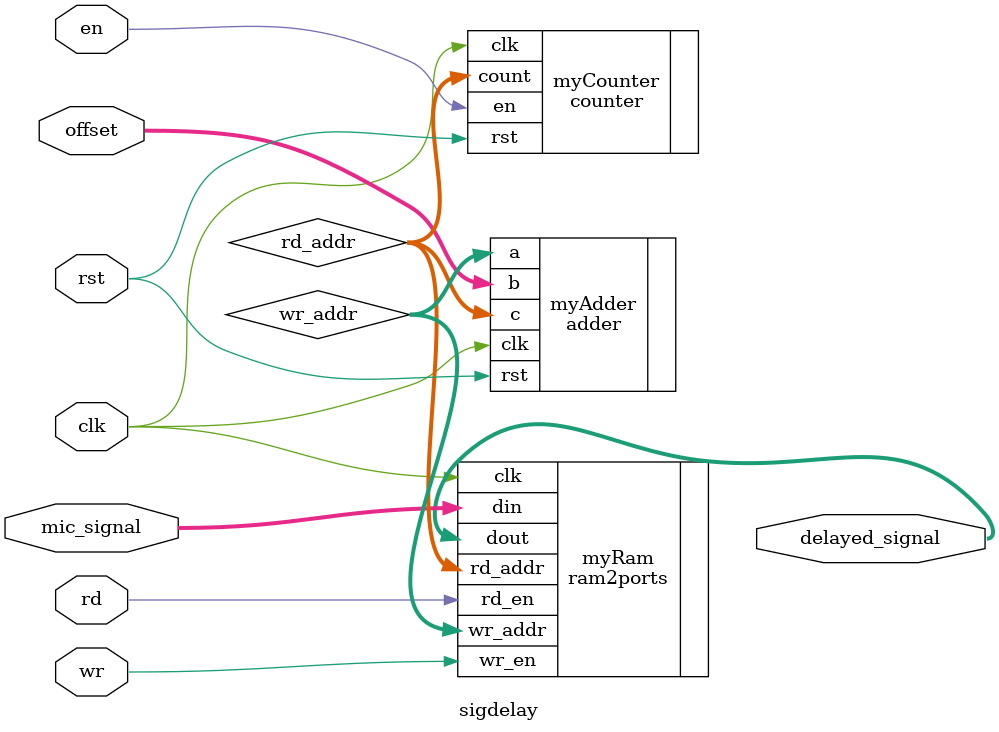
<source format=sv>
module sigdelay # (
    parameter   WIDTH = 9
)(
    input   logic               clk,
    input   logic               rst,
    input   logic               en,
    input   logic               rd,
    input   logic               wr,
    input   logic [WIDTH-1:0]   offset,
    input   logic [WIDTH-1:0]   mic_signal,
    output  logic [WIDTH-1:0]   delayed_signal 
);

    wire    [WIDTH-1:0]         rd_addr;
    wire    [WIDTH-1:0]         wr_addr;

counter myCounter (
    .clk    (clk),
    .rst    (rst),
    .en     (en),
    .count  (rd_addr)
);

adder myAdder (
    .clk    (clk),
    .rst    (rst),
    .a      (wr_addr),
    .b      (offset),
    .c      (rd_addr)
);

ram2ports myRam (
    .clk        (clk),
    .wr_en      (wr),
    .rd_en      (rd),
    .wr_addr    (wr_addr),
    .rd_addr    (rd_addr),
    .din        (mic_signal),
    .dout       (delayed_signal)
);

endmodule

</source>
